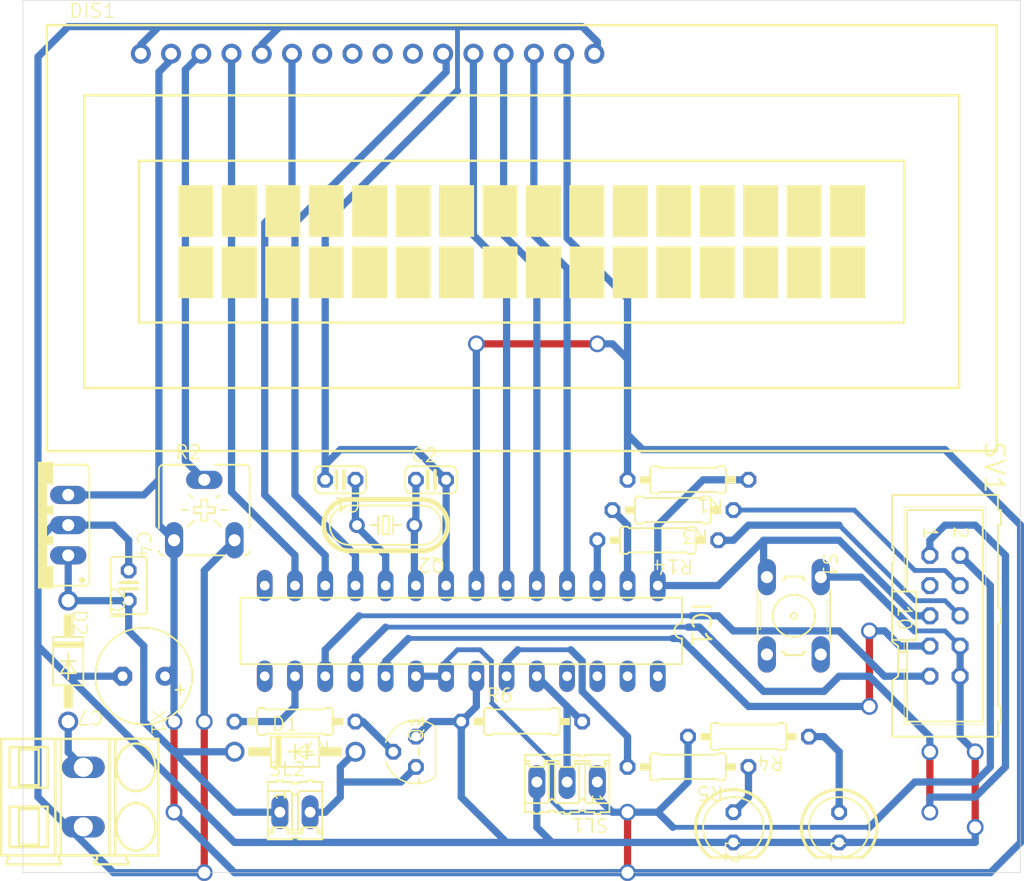
<source format=kicad_pcb>
(kicad_pcb (version 20240108) (generator "pcbnew") (generator_version "8.0")
  (layers (0 "F.Cu" signal) (31 "B.Cu" signal) (34 "B.Paste" user) (35 "F.Paste" user) (36 "B.SilkS" user "B.Silkscreen") (37 "F.SilkS" user "F.Silkscreen") (38 "B.Mask" user) (39 "F.Mask" user) (44 "Edge.Cuts" user))
  (net 0 "")
  (net 1 "+5V")
  (net 2 "GND")
  (net 3 "N$3")
  (net 4 "N$4")
  (net 5 "N$6")
  (net 6 "N$7")
  (net 7 "N$13")
  (net 8 "N$1")
  (net 9 "N$27")
  (net 10 "N$28")
  (net 11 "N$2")
  (net 12 "N$5")
  (net 13 "N$12")
  (net 14 "N$14")
  (net 15 "N$25")
  (net 16 "N$34")
  (net 17 "N$9")
  (net 18 "N$10")
  (net 19 "N$11")
  (net 20 "N$15")
  (net 21 "N$32")
  (net 22 "N$8")
  (net 23 "+12V")
  (net 24 "N$21")
  (net 25 "N$17")
  (net 26 "N$18")
  (net 27 "N$19")
  (net 28 "N$16")
  (footprint "0207_10" (layer "F.Cu") (at 162.4811 108.6486 180)
    (property "Reference" "R1" (at -3.048 -1.524 180) (layer "F.SilkS") (effects (font (size 1.143 1.143) (thickness 0.127)) (justify left bottom)))
    (property "Value" "10K")
    (pad "1" thru_hole roundrect (at -5.08 0 180) (size 1.3208 1.3208) (drill 0.8128) (layers "*.Cu" "*.Mask") (chamfer_ratio 0.2928932188) (chamfer top_left top_right bottom_left bottom_right) (net 7 "N$13"))
    (pad "2" thru_hole roundrect (at 5.08 0 180) (size 1.3208 1.3208) (drill 0.8128) (layers "*.Cu" "*.Mask") (chamfer_ratio 0.2928932188) (chamfer top_left top_right bottom_left bottom_right) (net 1 "+5V"))
  )
  (footprint "E3,5-8" (layer "F.Cu") (at 116.7611 125.1586 180)
    (property "Reference" "C7" (at 3.302 -2.794 180) (layer "F.SilkS") (effects (font (size 1.143 1.143) (thickness 0.127)) (justify left bottom)))
    (property "Value" "100u")
    (pad "+" thru_hole circle (at -1.778 0 180) (size 1.6002 1.6002) (drill 0.8128) (layers "*.Cu" "*.Mask") (net 1 "+5V"))
    (pad "-" thru_hole roundrect (at 1.778 0 180) (size 1.6002 1.6002) (drill 0.8128) (layers "*.Cu" "*.Mask") (chamfer_ratio 0.2928932188) (chamfer top_left top_right bottom_left bottom_right) (net 2 "GND"))
  )
  (footprint "C025-024X044" (layer "F.Cu") (at 140.8911 108.6486)
    (property "Reference" "C2" (at -1.778 -1.397 0) (layer "F.SilkS") (effects (font (size 1.143 1.143) (thickness 0.127)) (justify left bottom)))
    (property "Value" "18p")
    (pad "1" thru_hole roundrect (at -1.27 0) (size 1.3208 1.3208) (drill 0.8128) (layers "*.Cu" "*.Mask") (chamfer_ratio 0.2928932188) (chamfer top_left top_right bottom_left bottom_right) (net 4 "N$4"))
    (pad "2" thru_hole roundrect (at 1.27 0) (size 1.3208 1.3208) (drill 0.8128) (layers "*.Cu" "*.Mask") (chamfer_ratio 0.2928932188) (chamfer top_left top_right bottom_left bottom_right) (net 2 "GND"))
  )
  (footprint "02P" (layer "F.Cu") (at 129.4611 136.5886)
    (property "Reference" "SL2" (at -2.286 -2.9464 0) (layer "F.SilkS") (effects (font (size 1.143 1.143) (thickness 0.127)) (justify left bottom)))
    (property "Value" "")
    (fp_text user "1" (at -0.762 -0.9398 90) (layer "F.SilkS") (effects (font (size 0.871728 0.871728) (thickness 0.118872)) (justify left bottom)))
    (pad "1" thru_hole oval (at -1.27 0 90) (size 2.8448 1.4224) (drill 0.9144) (layers "*.Cu" "*.Mask") (net 23 "+12V"))
    (pad "2" thru_hole oval (at 1.27 0 90) (size 2.8448 1.4224) (drill 0.9144) (layers "*.Cu" "*.Mask") (net 22 "N$8"))
  )
  (footprint "0207_10" (layer "F.Cu") (at 161.2111 111.1886 180)
    (property "Reference" "R3" (at -3.048 -1.524 180) (layer "F.SilkS") (effects (font (size 1.143 1.143) (thickness 0.127)) (justify left bottom)))
    (property "Value" "270")
    (pad "1" thru_hole roundrect (at -5.08 0 180) (size 1.3208 1.3208) (drill 0.8128) (layers "*.Cu" "*.Mask") (chamfer_ratio 0.2928932188) (chamfer top_left top_right bottom_left bottom_right) (net 5 "N$6"))
    (pad "2" thru_hole roundrect (at 5.08 0 180) (size 1.3208 1.3208) (drill 0.8128) (layers "*.Cu" "*.Mask") (chamfer_ratio 0.2928932188) (chamfer top_left top_right bottom_left bottom_right) (net 6 "N$7"))
  )
  (footprint "CA6V" (layer "F.Cu") (at 121.8411 111.1886)
    (property "Reference" "R2" (at -2.54 -4.191 0) (layer "F.SilkS") (effects (font (size 1.143 1.143) (thickness 0.127)) (justify left bottom)))
    (property "Value" "10K")
    (pad "A" thru_hole oval (at -2.54 2.54 90) (size 3.048 1.524) (drill 1.016) (layers "*.Cu" "*.Mask") (net 1 "+5V"))
    (pad "E" thru_hole oval (at 2.54 2.54 90) (size 3.048 1.524) (drill 1.016) (layers "*.Cu" "*.Mask") (net 2 "GND"))
    (pad "S" thru_hole oval (at 0 -2.54) (size 3.048 1.524) (drill 1.016) (layers "*.Cu" "*.Mask") (net 12 "N$5"))
  )
  (footprint "DIL28-3" (layer "F.Cu") (at 143.4311 121.3486 180)
    (property "Reference" "IC1" (at -19.2024 2.54 -90) (layer "F.SilkS") (effects (font (size 1.6002 1.6002) (thickness 0.1778)) (justify left bottom)))
    (property "Value" "MEGA8-P")
    (pad "1" thru_hole oval (at -16.51 3.81 270) (size 2.6416 1.3208) (drill 0.8128) (layers "*.Cu" "*.Mask") (net 7 "N$13"))
    (pad "2" thru_hole oval (at -13.97 3.81 270) (size 2.6416 1.3208) (drill 0.8128) (layers "*.Cu" "*.Mask") (net 6 "N$7"))
    (pad "3" thru_hole oval (at -11.43 3.81 270) (size 2.6416 1.3208) (drill 0.8128) (layers "*.Cu" "*.Mask") (net 15 "N$25"))
    (pad "4" thru_hole oval (at -8.89 3.81 270) (size 2.6416 1.3208) (drill 0.8128) (layers "*.Cu" "*.Mask") (net 18 "N$10"))
    (pad "5" thru_hole oval (at -6.35 3.81 270) (size 2.6416 1.3208) (drill 0.8128) (layers "*.Cu" "*.Mask") (net 17 "N$9"))
    (pad "6" thru_hole oval (at -3.81 3.81 270) (size 2.6416 1.3208) (drill 0.8128) (layers "*.Cu" "*.Mask") (net 13 "N$12"))
    (pad "7" thru_hole oval (at -1.27 3.81 270) (size 2.6416 1.3208) (drill 0.8128) (layers "*.Cu" "*.Mask") (net 1 "+5V"))
    (pad "8" thru_hole oval (at 1.27 3.81 270) (size 2.6416 1.3208) (drill 0.8128) (layers "*.Cu" "*.Mask") (net 2 "GND"))
    (pad "9" thru_hole oval (at 3.81 3.81 270) (size 2.6416 1.3208) (drill 0.8128) (layers "*.Cu" "*.Mask") (net 4 "N$4"))
    (pad "10" thru_hole oval (at 6.35 3.81 270) (size 2.6416 1.3208) (drill 0.8128) (layers "*.Cu" "*.Mask") (net 3 "N$3"))
    (pad "11" thru_hole oval (at 8.89 3.81 270) (size 2.6416 1.3208) (drill 0.8128) (layers "*.Cu" "*.Mask") (net 14 "N$14"))
    (pad "12" thru_hole oval (at 11.43 3.81 270) (size 2.6416 1.3208) (drill 0.8128) (layers "*.Cu" "*.Mask") (net 11 "N$2"))
    (pad "13" thru_hole oval (at 13.97 3.81 270) (size 2.6416 1.3208) (drill 0.8128) (layers "*.Cu" "*.Mask") (net 10 "N$28"))
    (pad "14" thru_hole oval (at 16.51 3.81 270) (size 2.6416 1.3208) (drill 0.8128) (layers "*.Cu" "*.Mask"))
    (pad "15" thru_hole oval (at 16.51 -3.81 270) (size 2.6416 1.3208) (drill 0.8128) (layers "*.Cu" "*.Mask"))
    (pad "16" thru_hole oval (at 13.97 -3.81 270) (size 2.6416 1.3208) (drill 0.8128) (layers "*.Cu" "*.Mask") (net 25 "N$17"))
    (pad "17" thru_hole oval (at 11.43 -3.81 270) (size 2.6416 1.3208) (drill 0.8128) (layers "*.Cu" "*.Mask") (net 20 "N$15"))
    (pad "18" thru_hole oval (at 8.89 -3.81 270) (size 2.6416 1.3208) (drill 0.8128) (layers "*.Cu" "*.Mask") (net 19 "N$11"))
    (pad "19" thru_hole oval (at 6.35 -3.81 270) (size 2.6416 1.3208) (drill 0.8128) (layers "*.Cu" "*.Mask") (net 16 "N$34"))
    (pad "20" thru_hole oval (at 3.81 -3.81 270) (size 2.6416 1.3208) (drill 0.8128) (layers "*.Cu" "*.Mask") (net 1 "+5V"))
    (pad "21" thru_hole oval (at 1.27 -3.81 270) (size 2.6416 1.3208) (drill 0.8128) (layers "*.Cu" "*.Mask") (net 1 "+5V"))
    (pad "22" thru_hole oval (at -1.27 -3.81 270) (size 2.6416 1.3208) (drill 0.8128) (layers "*.Cu" "*.Mask") (net 2 "GND"))
    (pad "23" thru_hole oval (at -3.81 -3.81 270) (size 2.6416 1.3208) (drill 0.8128) (layers "*.Cu" "*.Mask") (net 26 "N$18"))
    (pad "24" thru_hole oval (at -6.35 -3.81 270) (size 2.6416 1.3208) (drill 0.8128) (layers "*.Cu" "*.Mask") (net 27 "N$19"))
    (pad "25" thru_hole oval (at -8.89 -3.81 270) (size 2.6416 1.3208) (drill 0.8128) (layers "*.Cu" "*.Mask"))
    (pad "26" thru_hole oval (at -11.43 -3.81 270) (size 2.6416 1.3208) (drill 0.8128) (layers "*.Cu" "*.Mask"))
    (pad "27" thru_hole oval (at -13.97 -3.81 270) (size 2.6416 1.3208) (drill 0.8128) (layers "*.Cu" "*.Mask"))
    (pad "28" thru_hole oval (at -16.51 -3.81 270) (size 2.6416 1.3208) (drill 0.8128) (layers "*.Cu" "*.Mask"))
  )
  (footprint "0207_10" (layer "F.Cu") (at 159.9411 113.7286 180)
    (property "Reference" "R14" (at -3.048 -1.524 180) (layer "F.SilkS") (effects (font (size 1.143 1.143) (thickness 0.127)) (justify left bottom)))
    (property "Value" "270")
    (pad "1" thru_hole roundrect (at -5.08 0 180) (size 1.3208 1.3208) (drill 0.8128) (layers "*.Cu" "*.Mask") (chamfer_ratio 0.2928932188) (chamfer top_left top_right bottom_left bottom_right) (net 9 "N$27"))
    (pad "2" thru_hole roundrect (at 5.08 0 180) (size 1.3208 1.3208) (drill 0.8128) (layers "*.Cu" "*.Mask") (chamfer_ratio 0.2928932188) (chamfer top_left top_right bottom_left bottom_right) (net 15 "N$25"))
  )
  (footprint "B3F-10XX" (layer "F.Cu") (at 171.3711 120.0786 -90)
    (property "Reference" "S1" (at -3.048 -3.683 -90) (layer "F.SilkS") (effects (font (size 1.143 1.143) (thickness 0.127)) (justify right top)))
    (property "Value" "")
    (pad "1" thru_hole oval (at -3.2512 -2.2606 270) (size 3.048 1.524) (drill 1.016) (layers "*.Cu" "*.Mask") (net 2 "GND"))
    (pad "2" thru_hole oval (at 3.2512 -2.2606 270) (size 3.048 1.524) (drill 1.016) (layers "*.Cu" "*.Mask"))
    (pad "3" thru_hole oval (at -3.2512 2.2606 270) (size 3.048 1.524) (drill 1.016) (layers "*.Cu" "*.Mask") (net 7 "N$13"))
    (pad "4" thru_hole oval (at 3.2512 2.2606 270) (size 3.048 1.524) (drill 1.016) (layers "*.Cu" "*.Mask"))
  )
  (footprint "C025-024X044" (layer "F.Cu") (at 133.2711 108.6486 180)
    (property "Reference" "C1" (at -1.778 -1.397 180) (layer "F.SilkS") (effects (font (size 1.143 1.143) (thickness 0.127)) (justify left bottom)))
    (property "Value" "18p")
    (pad "1" thru_hole roundrect (at -1.27 0 180) (size 1.3208 1.3208) (drill 0.8128) (layers "*.Cu" "*.Mask") (chamfer_ratio 0.2928932188) (chamfer top_left top_right bottom_left bottom_right) (net 3 "N$3"))
    (pad "2" thru_hole roundrect (at 1.27 0 180) (size 1.3208 1.3208) (drill 0.8128) (layers "*.Cu" "*.Mask") (chamfer_ratio 0.2928932188) (chamfer top_left top_right bottom_left bottom_right) (net 2 "GND"))
  )
  (footprint "TUXGR_16X2_R2" (layer "F.Cu") (at 148.5111 88.3286)
    (property "Reference" "DIS1" (at -38.1 -18.415 0) (layer "F.SilkS") (effects (font (size 1.1684 1.1684) (thickness 0.1016)) (justify left bottom)))
    (property "Value" "TUXGR_16X2_R2")
    (pad "" np_thru_hole circle (at -37.5 -15.5) (size 2.5 2.5) (drill 2.5) (layers "*.Cu" "*.Mask"))
    (pad "" np_thru_hole circle (at -37.5 15.5) (size 2.5 2.5) (drill 2.5) (layers "*.Cu" "*.Mask"))
    (pad "" np_thru_hole circle (at 37.5 -15.5) (size 2.5 2.5) (drill 2.5) (layers "*.Cu" "*.Mask"))
    (pad "" np_thru_hole circle (at 37.5 15.5) (size 2.5 2.5) (drill 2.5) (layers "*.Cu" "*.Mask"))
    (pad "1" thru_hole circle (at -32 -15.5) (size 1.6764 1.6764) (drill 1) (layers "*.Cu" "*.Mask") (net 2 "GND"))
    (pad "2" thru_hole circle (at -29.46 -15.5) (size 1.6764 1.6764) (drill 1) (layers "*.Cu" "*.Mask") (net 1 "+5V"))
    (pad "3" thru_hole circle (at -26.92 -15.5) (size 1.6764 1.6764) (drill 1) (layers "*.Cu" "*.Mask") (net 12 "N$5"))
    (pad "4" thru_hole circle (at -24.38 -15.5) (size 1.6764 1.6764) (drill 1) (layers "*.Cu" "*.Mask") (net 10 "N$28"))
    (pad "5" thru_hole circle (at -21.84 -15.5) (size 1.6764 1.6764) (drill 1) (layers "*.Cu" "*.Mask") (net 2 "GND"))
    (pad "6" thru_hole circle (at -19.3 -15.5) (size 1.6764 1.6764) (drill 1) (layers "*.Cu" "*.Mask") (net 11 "N$2"))
    (pad "7" thru_hole circle (at -16.76 -15.5) (size 1.6764 1.6764) (drill 1) (layers "*.Cu" "*.Mask"))
    (pad "8" thru_hole circle (at -14.22 -15.5) (size 1.6764 1.6764) (drill 1) (layers "*.Cu" "*.Mask"))
    (pad "9" thru_hole circle (at -11.68 -15.5) (size 1.6764 1.6764) (drill 1) (layers "*.Cu" "*.Mask"))
    (pad "10" thru_hole circle (at -9.14 -15.5) (size 1.6764 1.6764) (drill 1) (layers "*.Cu" "*.Mask"))
    (pad "11" thru_hole circle (at -6.6 -15.5) (size 1.6764 1.6764) (drill 1) (layers "*.Cu" "*.Mask") (net 14 "N$14"))
    (pad "12" thru_hole circle (at -4.06 -15.5) (size 1.6764 1.6764) (drill 1) (layers "*.Cu" "*.Mask") (net 13 "N$12"))
    (pad "13" thru_hole circle (at -1.52 -15.5) (size 1.6764 1.6764) (drill 1) (layers "*.Cu" "*.Mask") (net 17 "N$9"))
    (pad "14" thru_hole circle (at 1.02 -15.5) (size 1.6764 1.6764) (drill 1) (layers "*.Cu" "*.Mask") (net 18 "N$10"))
    (pad "15" thru_hole circle (at 3.56 -15.5) (size 1.6764 1.6764) (drill 1) (layers "*.Cu" "*.Mask") (net 1 "+5V"))
    (pad "16" thru_hole circle (at 6.1 -15.5) (size 1.6764 1.6764) (drill 1) (layers "*.Cu" "*.Mask") (net 2 "GND"))
  )
  (footprint "78XXS" (layer "F.Cu") (at 107.8711 112.4586 90)
    (property "Reference" "IC2" (at -5.08 6.0452 90) (layer "F.SilkS") (effects (font (size 1.143 1.143) (thickness 0.127)) (justify right top)))
    (property "Value" "")
    (pad "GND" thru_hole oval (at 0 2.54 180) (size 3.048 1.524) (drill 1.016) (layers "*.Cu" "*.Mask") (net 2 "GND"))
    (pad "IN" thru_hole oval (at -2.54 2.54 180) (size 3.048 1.524) (drill 1.016) (layers "*.Cu" "*.Mask") (net 23 "+12V"))
    (pad "OUT" thru_hole oval (at 2.54 2.54 180) (size 3.048 1.524) (drill 1.016) (layers "*.Cu" "*.Mask") (net 1 "+5V"))
  )
  (footprint "TO92" (layer "F.Cu") (at 139.6211 131.5086 90)
    (property "Reference" "Q1" (at 3.175 -0.635 90) (layer "F.SilkS") (effects (font (size 1.143 1.143) (thickness 0.127)) (justify right top)))
    (property "Value" "2N2222")
    (pad "1" thru_hole roundrect (at 1.27 0 90) (size 1.3208 1.3208) (drill 0.8128) (layers "*.Cu" "*.Mask") (chamfer_ratio 0.2928932188) (chamfer top_left top_right bottom_left bottom_right) (net 2 "GND"))
    (pad "2" thru_hole roundrect (at 0 -1.905 90) (size 1.3208 1.3208) (drill 0.8128) (layers "*.Cu" "*.Mask") (chamfer_ratio 0.2928932188) (chamfer top_left top_right bottom_left bottom_right) (net 21 "N$32"))
    (pad "3" thru_hole roundrect (at -1.27 0 90) (size 1.3208 1.3208) (drill 0.8128) (layers "*.Cu" "*.Mask") (chamfer_ratio 0.2928932188) (chamfer top_left top_right bottom_left bottom_right) (net 22 "N$8"))
  )
  (footprint "HC49_S" (layer "F.Cu") (at 137.0811 112.4586 180)
    (property "Reference" "Q2" (at -5.08 -2.667 180) (layer "F.SilkS") (effects (font (size 1.143 1.143) (thickness 0.127)) (justify left bottom)))
    (property "Value" "12MHz")
    (pad "1" thru_hole circle (at -2.413 0 180) (size 1.3208 1.3208) (drill 0.8128) (layers "*.Cu" "*.Mask") (net 4 "N$4"))
    (pad "2" thru_hole circle (at 2.413 0 180) (size 1.3208 1.3208) (drill 0.8128) (layers "*.Cu" "*.Mask") (net 3 "N$3"))
  )
  (footprint "LED5MM" (layer "F.Cu") (at 175.1811 137.8586 -90)
    (property "Reference" "L1" (at 3.175 -0.5334 -90) (layer "F.SilkS") (effects (font (size 1.143 1.143) (thickness 0.127)) (justify right top)))
    (property "Value" "")
    (pad "A" thru_hole roundrect (at -1.27 0 270) (size 1.3208 1.3208) (drill 0.8128) (layers "*.Cu" "*.Mask") (chamfer_ratio 0.2928932188) (chamfer top_left top_right bottom_left bottom_right) (net 8 "N$1"))
    (pad "K" thru_hole roundrect (at 1.27 0 270) (size 1.3208 1.3208) (drill 0.8128) (layers "*.Cu" "*.Mask") (chamfer_ratio 0.2928932188) (chamfer top_left top_right bottom_left bottom_right) (net 2 "GND"))
  )
  (footprint "0207_10" (layer "F.Cu") (at 148.5111 128.9686)
    (property "Reference" "R6" (at -3.048 -1.524 0) (layer "F.SilkS") (effects (font (size 1.143 1.143) (thickness 0.127)) (justify left bottom)))
    (property "Value" "")
    (pad "1" thru_hole roundrect (at -5.08 0) (size 1.3208 1.3208) (drill 0.8128) (layers "*.Cu" "*.Mask") (chamfer_ratio 0.2928932188) (chamfer top_left top_right bottom_left bottom_right) (net 2 "GND"))
    (pad "2" thru_hole roundrect (at 5.08 0) (size 1.3208 1.3208) (drill 0.8128) (layers "*.Cu" "*.Mask") (chamfer_ratio 0.2928932188) (chamfer top_left top_right bottom_left bottom_right) (net 27 "N$19"))
  )
  (footprint "C025-030X050" (layer "F.Cu") (at 115.4911 117.5386 -90)
    (property "Reference" "C4" (at -2.286 -1.905 -90) (layer "F.SilkS") (effects (font (size 1.143 1.143) (thickness 0.127)) (justify right top)))
    (property "Value" "100n")
    (pad "1" thru_hole roundrect (at -1.27 0 270) (size 1.3208 1.3208) (drill 0.8128) (layers "*.Cu" "*.Mask") (chamfer_ratio 0.2928932188) (chamfer top_left top_right bottom_left bottom_right) (net 2 "GND"))
    (pad "2" thru_hole roundrect (at 1.27 0 270) (size 1.3208 1.3208) (drill 0.8128) (layers "*.Cu" "*.Mask") (chamfer_ratio 0.2928932188) (chamfer top_left top_right bottom_left bottom_right) (net 23 "+12V"))
  )
  (footprint "SMKDSP_1,5_2" (layer "F.Cu") (at 111.6811 135.3186 -90)
    (property "Reference" "X1" (at -5.08 -6.985 -90) (layer "F.SilkS") (effects (font (size 1.1684 1.1684) (thickness 0.1016)) (justify right top)))
    (property "Value" "SMKDSP_1,5/2")
    (pad "1" thru_hole oval (at -2.5 0) (size 3.6 1.8) (drill 1.6) (layers "*.Cu" "*.Mask") (net 24 "N$21"))
    (pad "2" thru_hole oval (at 2.5 0) (size 3.6 1.8) (drill 1.6) (layers "*.Cu" "*.Mask") (net 2 "GND"))
  )
  (footprint "LED5MM" (layer "F.Cu") (at 166.2911 137.8586 -90)
    (property "Reference" "L2" (at 3.175 -0.5334 -90) (layer "F.SilkS") (effects (font (size 1.143 1.143) (thickness 0.127)) (justify right top)))
    (property "Value" "")
    (pad "A" thru_hole roundrect (at -1.27 0 270) (size 1.3208 1.3208) (drill 0.8128) (layers "*.Cu" "*.Mask") (chamfer_ratio 0.2928932188) (chamfer top_left top_right bottom_left bottom_right) (net 28 "N$16"))
    (pad "K" thru_hole roundrect (at 1.27 0 270) (size 1.3208 1.3208) (drill 0.8128) (layers "*.Cu" "*.Mask") (chamfer_ratio 0.2928932188) (chamfer top_left top_right bottom_left bottom_right) (net 2 "GND"))
  )
  (footprint "0207_10" (layer "F.Cu") (at 162.4811 132.7786 180)
    (property "Reference" "R5" (at -3.048 -1.524 180) (layer "F.SilkS") (effects (font (size 1.143 1.143) (thickness 0.127)) (justify left bottom)))
    (property "Value" "")
    (pad "1" thru_hole roundrect (at -5.08 0 180) (size 1.3208 1.3208) (drill 0.8128) (layers "*.Cu" "*.Mask") (chamfer_ratio 0.2928932188) (chamfer top_left top_right bottom_left bottom_right) (net 28 "N$16"))
    (pad "2" thru_hole roundrect (at 5.08 0 180) (size 1.3208 1.3208) (drill 0.8128) (layers "*.Cu" "*.Mask") (chamfer_ratio 0.2928932188) (chamfer top_left top_right bottom_left bottom_right) (net 26 "N$18"))
  )
  (footprint "DO41-10" (layer "F.Cu") (at 110.4111 123.8886 -90)
    (property "Reference" "D2" (at -2.032 -1.651 -90) (layer "F.SilkS") (effects (font (size 1.143 1.143) (thickness 0.127)) (justify right top)))
    (property "Value" "1N4004")
    (pad "A" thru_hole circle (at 5.08 0 270) (size 1.6764 1.6764) (drill 1.1176) (layers "*.Cu" "*.Mask") (net 24 "N$21"))
    (pad "C" thru_hole circle (at -5.08 0 270) (size 1.6764 1.6764) (drill 1.1176) (layers "*.Cu" "*.Mask") (net 23 "+12V"))
  )
  (footprint "0207_10" (layer "F.Cu") (at 167.5611 130.2386 180)
    (property "Reference" "R4" (at -3.048 -1.524 180) (layer "F.SilkS") (effects (font (size 1.143 1.143) (thickness 0.127)) (justify left bottom)))
    (property "Value" "1k")
    (pad "1" thru_hole roundrect (at -5.08 0 180) (size 1.3208 1.3208) (drill 0.8128) (layers "*.Cu" "*.Mask") (chamfer_ratio 0.2928932188) (chamfer top_left top_right bottom_left bottom_right) (net 8 "N$1"))
    (pad "2" thru_hole roundrect (at 5.08 0 180) (size 1.3208 1.3208) (drill 0.8128) (layers "*.Cu" "*.Mask") (chamfer_ratio 0.2928932188) (chamfer top_left top_right bottom_left bottom_right) (net 1 "+5V"))
  )
  (footprint "ML10" (layer "F.Cu") (at 184.0711 120.0786 -90)
    (property "Reference" "SV1" (at -10.16 -5.08 -90) (layer "F.SilkS") (effects (font (size 1.6002 1.6002) (thickness 0.1778)) (justify right top)))
    (property "Value" "")
    (fp_text user "10" (at -1.016 4.064 -90) (layer "F.SilkS") (effects (font (size 1.143 1.143) (thickness 0.127)) (justify left bottom)))
    (fp_text user "2" (at -7.62 -0.635 -90) (layer "F.SilkS") (effects (font (size 1.143 1.143) (thickness 0.127)) (justify left bottom)))
    (fp_text user "1" (at -7.62 1.905 -90) (layer "F.SilkS") (effects (font (size 1.143 1.143) (thickness 0.127)) (justify left bottom)))
    (pad "1" thru_hole roundrect (at -5.08 1.27 270) (size 1.4224 1.4224) (drill 0.9144) (layers "*.Cu" "*.Mask") (chamfer_ratio 0.2928932188) (chamfer top_left top_right bottom_left bottom_right) (net 19 "N$11"))
    (pad "2" thru_hole roundrect (at -5.08 -1.27 270) (size 1.4224 1.4224) (drill 0.9144) (layers "*.Cu" "*.Mask") (chamfer_ratio 0.2928932188) (chamfer top_left top_right bottom_left bottom_right) (net 1 "+5V"))
    (pad "3" thru_hole roundrect (at -2.54 1.27 270) (size 1.4224 1.4224) (drill 0.9144) (layers "*.Cu" "*.Mask") (chamfer_ratio 0.2928932188) (chamfer top_left top_right bottom_left bottom_right))
    (pad "4" thru_hole roundrect (at -2.54 -1.27 270) (size 1.4224 1.4224) (drill 0.9144) (layers "*.Cu" "*.Mask") (chamfer_ratio 0.2928932188) (chamfer top_left top_right bottom_left bottom_right) (net 5 "N$6"))
    (pad "5" thru_hole roundrect (at 0 1.27 270) (size 1.4224 1.4224) (drill 0.9144) (layers "*.Cu" "*.Mask") (chamfer_ratio 0.2928932188) (chamfer top_left top_right bottom_left bottom_right) (net 7 "N$13"))
    (pad "6" thru_hole roundrect (at 0 -1.27 270) (size 1.4224 1.4224) (drill 0.9144) (layers "*.Cu" "*.Mask") (chamfer_ratio 0.2928932188) (chamfer top_left top_right bottom_left bottom_right) (net 9 "N$27"))
    (pad "7" thru_hole roundrect (at 2.54 1.27 270) (size 1.4224 1.4224) (drill 0.9144) (layers "*.Cu" "*.Mask") (chamfer_ratio 0.2928932188) (chamfer top_left top_right bottom_left bottom_right) (net 16 "N$34"))
    (pad "8" thru_hole roundrect (at 2.54 -1.27 270) (size 1.4224 1.4224) (drill 0.9144) (layers "*.Cu" "*.Mask") (chamfer_ratio 0.2928932188) (chamfer top_left top_right bottom_left bottom_right) (net 2 "GND"))
    (pad "9" thru_hole roundrect (at 5.08 1.27 270) (size 1.4224 1.4224) (drill 0.9144) (layers "*.Cu" "*.Mask") (chamfer_ratio 0.2928932188) (chamfer top_left top_right bottom_left bottom_right) (net 20 "N$15"))
    (pad "10" thru_hole roundrect (at 5.08 -1.27 270) (size 1.4224 1.4224) (drill 0.9144) (layers "*.Cu" "*.Mask") (chamfer_ratio 0.2928932188) (chamfer top_left top_right bottom_left bottom_right) (net 2 "GND"))
  )
  (footprint "DO41-10" (layer "F.Cu") (at 129.4611 131.5086)
    (property "Reference" "D1" (at -2.032 -1.651 0) (layer "F.SilkS") (effects (font (size 1.143 1.143) (thickness 0.127)) (justify left bottom)))
    (property "Value" "1N4004")
    (pad "A" thru_hole circle (at 5.08 0) (size 1.6764 1.6764) (drill 1.1176) (layers "*.Cu" "*.Mask") (net 22 "N$8"))
    (pad "C" thru_hole circle (at -5.08 0) (size 1.6764 1.6764) (drill 1.1176) (layers "*.Cu" "*.Mask") (net 23 "+12V"))
  )
  (footprint "0207_10" (layer "F.Cu") (at 129.4611 128.9686 180)
    (property "Reference" "R7" (at -3.048 -1.524 180) (layer "F.SilkS") (effects (font (size 1.143 1.143) (thickness 0.127)) (justify left bottom)))
    (property "Value" "")
    (pad "1" thru_hole roundrect (at -5.08 0 180) (size 1.3208 1.3208) (drill 0.8128) (layers "*.Cu" "*.Mask") (chamfer_ratio 0.2928932188) (chamfer top_left top_right bottom_left bottom_right) (net 21 "N$32"))
    (pad "2" thru_hole roundrect (at 5.08 0 180) (size 1.3208 1.3208) (drill 0.8128) (layers "*.Cu" "*.Mask") (chamfer_ratio 0.2928932188) (chamfer top_left top_right bottom_left bottom_right) (net 25 "N$17"))
  )
  (footprint "03P" (layer "F.Cu") (at 152.3211 134.0486 180)
    (property "Reference" "SL1" (at -3.556 -2.9464 180) (layer "F.SilkS") (effects (font (size 1.143 1.143) (thickness 0.127)) (justify left bottom)))
    (property "Value" "")
    (fp_text user "1" (at -2.032 -0.9398 -90) (layer "F.SilkS") (effects (font (size 0.871728 0.871728) (thickness 0.118872)) (justify left bottom)))
    (pad "1" thru_hole oval (at -2.54 0 270) (size 2.8448 1.4224) (drill 0.9144) (layers "*.Cu" "*.Mask") (net 1 "+5V"))
    (pad "2" thru_hole oval (at 0 0 270) (size 2.8448 1.4224) (drill 0.9144) (layers "*.Cu" "*.Mask") (net 27 "N$19"))
    (pad "3" thru_hole oval (at 2.54 0 270) (size 2.8448 1.4224) (drill 0.9144) (layers "*.Cu" "*.Mask") (net 2 "GND"))
  )
  (gr_line (start 106.6011 141.6686) (end 190.4011 141.6686) (stroke (width 0.05)) (layer "Edge.Cuts"))
  (gr_line (start 190.4011 68.3386) (end 106.6011 68.3386) (stroke (width 0.05)) (layer "Edge.Cuts"))
  (gr_line (start 106.6011 68.3386) (end 106.6011 141.6686) (stroke (width 0.05)) (layer "Edge.Cuts"))
  (gr_line (start 190.4011 141.6686) (end 190.4011 68.3386) (stroke (width 0.05)) (layer "Edge.Cuts"))
  (segment (start 157.4011 136.5886) (end 157.4011 141.6686) (width 0.6096) (layer "F.Cu") (net 1))
  (segment (start 119.3011 128.9686) (end 119.3011 136.5886) (width 0.6096) (layer "F.Cu") (net 1))
  (segment (start 144.7011 97.2186) (end 154.8611 97.2186) (width 0.6096) (layer "F.Cu") (net 1))
  (via (at 157.4011 141.6686) (size 1.4064) (drill 1) (layers "F.Cu" "B.Cu") (net 1))
  (via (at 154.8611 97.2186) (size 1.4064) (drill 1) (layers "F.Cu" "B.Cu") (net 1))
  (via (at 119.3011 136.5886) (size 1.4064) (drill 1) (layers "F.Cu" "B.Cu") (net 1))
  (via (at 119.3011 128.9686) (size 1.4064) (drill 1) (layers "F.Cu" "B.Cu") (net 1))
  (via (at 144.7011 97.2186) (size 1.4064) (drill 1) (layers "F.Cu" "B.Cu") (net 1))
  (via (at 157.4011 136.5886) (size 1.4064) (drill 1) (layers "F.Cu" "B.Cu") (net 1))
  (segment (start 161.2111 137.8586) (end 159.9411 136.5886) (width 0.6096) (layer "B.Cu") (net 1))
  (segment (start 154.8611 134.0486) (end 154.8611 135.3186) (width 0.6096) (layer "B.Cu") (net 1))
  (segment (start 154.8611 135.3186) (end 156.1311 136.5886) (width 0.6096) (layer "B.Cu") (net 1))
  (segment (start 118.0311 74.3586) (end 118.0311 108.6486) (width 0.6096) (layer "B.Cu") (net 1))
  (segment (start 154.8611 97.2186) (end 156.1311 97.2186) (width 0.6096) (layer "B.Cu") (net 1))
  (segment (start 152.3211 88.3286) (end 152.3211 73.0786) (width 0.6096) (layer "B.Cu") (net 1))
  (segment (start 110.4111 109.9186) (end 116.7611 109.9186) (width 0.6096) (layer "B.Cu") (net 1))
  (segment (start 157.4011 104.8386) (end 157.4011 98.4886) (width 0.6096) (layer "B.Cu") (net 1))
  (segment (start 116.7611 109.9186) (end 118.0311 108.6486) (width 0.6096) (layer "B.Cu") (net 1))
  (segment (start 187.8811 141.6686) (end 190.4211 139.1286) (width 0.6096) (layer "B.Cu") (net 1))
  (segment (start 157.4011 93.4086) (end 152.3211 88.3286) (width 0.6096) (layer "B.Cu") (net 1))
  (segment (start 119.3011 136.5886) (end 124.3811 141.6686) (width 0.6096) (layer "B.Cu") (net 1))
  (segment (start 119.3011 113.7286) (end 119.3011 124.3966) (width 0.6096) (layer "B.Cu") (net 1))
  (segment (start 159.9411 136.5886) (end 162.4811 134.0486) (width 0.6096) (layer "B.Cu") (net 1))
  (segment (start 142.1611 123.8886) (end 143.1136 122.9361) (width 0.4064) (layer "B.Cu") (net 1))
  (segment (start 185.3411 114.9986) (end 187.8811 117.5386) (width 0.6096) (layer "B.Cu") (net 1))
  (segment (start 157.4011 108.6486) (end 157.4011 104.8386) (width 0.6096) (layer "B.Cu") (net 1))
  (segment (start 119.3011 124.3966) (end 119.3011 128.9686) (width 0.6096) (layer "B.Cu") (net 1))
  (segment (start 161.2111 137.8586) (end 177.7211 137.8586) (width 0.4064) (layer "B.Cu") (net 1))
  (segment (start 184.0711 106.1086) (end 158.6711 106.1086) (width 0.6096) (layer "B.Cu") (net 1))
  (segment (start 181.5311 134.0486) (end 177.7211 137.8586) (width 0.6096) (layer "B.Cu") (net 1))
  (segment (start 139.6211 125.1586) (end 142.1611 125.1586) (width 0.6096) (layer "B.Cu") (net 1))
  (segment (start 145.9711 123.8886) (end 145.9711 127.3811) (width 0.4064) (layer "B.Cu") (net 1))
  (segment (start 151.0511 135.6361) (end 152.0036 136.5886) (width 0.4064) (layer "B.Cu") (net 1))
  (segment (start 187.8811 117.5386) (end 187.8811 132.7786) (width 0.6096) (layer "B.Cu") (net 1))
  (segment (start 118.0311 108.6486) (end 118.0311 112.4586) (width 0.6096) (layer "B.Cu") (net 1))
  (segment (start 157.4011 141.6686) (end 187.8811 141.6686) (width 0.6096) (layer "B.Cu") (net 1))
  (segment (start 145.9711 127.3811) (end 151.0511 132.4611) (width 0.4064) (layer "B.Cu") (net 1))
  (segment (start 142.1611 125.1586) (end 142.1611 123.8886) (width 0.4064) (layer "B.Cu") (net 1))
  (segment (start 151.0511 132.4611) (end 151.0511 135.6361) (width 0.4064) (layer "B.Cu") (net 1))
  (segment (start 157.4011 136.5886) (end 159.9411 136.5886) (width 0.6096) (layer "B.Cu") (net 1))
  (segment (start 187.8811 132.7786) (end 186.6111 134.0486) (width 0.6096) (layer "B.Cu") (net 1))
  (segment (start 144.7011 117.5386) (end 144.7011 97.2186) (width 0.6096) (layer "B.Cu") (net 1))
  (segment (start 118.0311 112.4586) (end 119.3011 113.7286) (width 0.6096) (layer "B.Cu") (net 1))
  (segment (start 143.1136 122.9361) (end 145.0186 122.9361) (width 0.4064) (layer "B.Cu") (net 1))
  (segment (start 124.3811 141.6686) (end 157.4011 141.6686) (width 0.6096) (layer "B.Cu") (net 1))
  (segment (start 157.4011 98.4886) (end 157.4011 93.4086) (width 0.6096) (layer "B.Cu") (net 1))
  (segment (start 162.4811 134.0486) (end 162.4811 130.2386) (width 0.6096) (layer "B.Cu") (net 1))
  (segment (start 190.4211 112.4586) (end 184.0711 106.1086) (width 0.6096) (layer "B.Cu") (net 1))
  (segment (start 119.0511 72.8286) (end 119.0511 73.3386) (width 0.6096) (layer "B.Cu") (net 1))
  (segment (start 119.3011 124.3966) (end 118.5391 125.1586) (width 0.6096) (layer "B.Cu") (net 1))
  (segment (start 152.0036 136.5886) (end 156.1311 136.5886) (width 0.4064) (layer "B.Cu") (net 1))
  (segment (start 152.3211 73.0786) (end 152.0711 72.8286) (width 0.6096) (layer "B.Cu") (net 1))
  (segment (start 119.0511 73.3386) (end 118.0311 74.3586) (width 0.6096) (layer "B.Cu") (net 1))
  (segment (start 145.0186 122.9361) (end 145.9711 123.8886) (width 0.4064) (layer "B.Cu") (net 1))
  (segment (start 186.6111 134.0486) (end 181.5311 134.0486) (width 0.6096) (layer "B.Cu") (net 1))
  (segment (start 156.1311 97.2186) (end 157.4011 98.4886) (width 0.6096) (layer "B.Cu") (net 1))
  (segment (start 156.1311 136.5886) (end 157.4011 136.5886) (width 0.6096) (layer "B.Cu") (net 1))
  (segment (start 158.6711 106.1086) (end 157.4011 104.8386) (width 0.6096) (layer "B.Cu") (net 1))
  (segment (start 190.4211 139.1286) (end 190.4211 112.4586) (width 0.6096) (layer "B.Cu") (net 1))
  (segment (start 186.6111 131.5086) (end 186.6111 137.8586) (width 0.6096) (layer "F.Cu") (net 2))
  (segment (start 121.8411 128.9686) (end 121.8411 141.6686) (width 0.6096) (layer "F.Cu") (net 2))
  (via (at 121.8411 128.9686) (size 1.4064) (drill 1) (layers "F.Cu" "B.Cu") (net 2))
  (via (at 186.6111 131.5086) (size 1.4064) (drill 1) (layers "F.Cu" "B.Cu") (net 2))
  (via (at 121.8411 141.6686) (size 1.4064) (drill 1) (layers "F.Cu" "B.Cu") (net 2))
  (via (at 186.6111 137.8586) (size 1.4064) (drill 1) (layers "F.Cu" "B.Cu") (net 2))
  (segment (start 107.8711 122.6186) (end 107.8711 113.7286) (width 0.6096) (layer "B.Cu") (net 2))
  (segment (start 143.1136 70.5486) (end 153.5911 70.5486) (width 0.6096) (layer "B.Cu") (net 2))
  (segment (start 147.2411 139.1286) (end 151.0511 139.1286) (width 0.6096) (layer "B.Cu") (net 2))
  (segment (start 121.8411 116.2686) (end 121.8411 128.9686) (width 0.6096) (layer "B.Cu") (net 2))
  (segment (start 110.4111 112.4586) (end 114.2211 112.4586) (width 0.6096) (layer "B.Cu") (net 2))
  (segment (start 177.0099 116.8274) (end 181.5311 121.3486) (width 0.6096) (layer "B.Cu") (net 2))
  (segment (start 118.0311 70.5486) (end 110.4111 70.5486) (width 0.6096) (layer "B.Cu") (net 2))
  (segment (start 143.1136 75.9461) (end 143.1136 70.5486) (width 0.4064) (layer "B.Cu") (net 2))
  (segment (start 144.7011 124.8411) (end 144.7011 125.1586) (width 0.6096) (layer "B.Cu") (net 2))
  (segment (start 185.3411 125.1586) (end 185.3411 130.2386) (width 0.6096) (layer "B.Cu") (net 2))
  (segment (start 118.0311 70.5486) (end 128.1911 70.5486) (width 0.6096) (layer "B.Cu") (net 2))
  (segment (start 107.8711 113.7286) (end 109.1411 112.4586) (width 0.6096) (layer "B.Cu") (net 2))
  (segment (start 143.4311 128.9686) (end 143.4311 135.3186) (width 0.6096) (layer "B.Cu") (net 2))
  (segment (start 143.4311 135.3186) (end 147.2411 139.1286) (width 0.6096) (layer "B.Cu") (net 2))
  (segment (start 116.5111 72.8286) (end 116.5111 72.0686) (width 0.6096) (layer "B.Cu") (net 2))
  (segment (start 149.7811 137.8586) (end 151.0511 139.1286) (width 0.6096) (layer "B.Cu") (net 2))
  (segment (start 110.4111 137.8586) (end 111.6411 137.8586) (width 0.6096) (layer "B.Cu") (net 2))
  (segment (start 154.8611 71.8186) (end 154.8611 72.5786) (width 0.6096) (layer "B.Cu") (net 2))
  (segment (start 114.9831 125.1586) (end 110.4111 125.1586) (width 0.6096) (layer "B.Cu") (net 2))
  (segment (start 139.6211 130.2386) (end 140.8911 128.9686) (width 0.6096) (layer "B.Cu") (net 2))
  (segment (start 142.1611 108.6486) (end 142.1611 117.5386) (width 0.6096) (layer "B.Cu") (net 2))
  (segment (start 109.1411 112.4586) (end 110.4111 112.4586) (width 0.6096) (layer "B.Cu") (net 2))
  (segment (start 107.8711 122.6186) (end 107.8711 135.3186) (width 0.6096) (layer "B.Cu") (net 2))
  (segment (start 185.3411 125.1586) (end 185.3411 122.6186) (width 0.6096) (layer "B.Cu") (net 2))
  (segment (start 153.5911 70.5486) (end 154.8611 71.8186) (width 0.6096) (layer "B.Cu") (net 2))
  (segment (start 139.6211 106.1086) (end 142.1611 108.6486) (width 0.6096) (layer "B.Cu") (net 2))
  (segment (start 111.6411 137.8586) (end 111.6811 137.8186) (width 0.6096) (layer "B.Cu") (net 2))
  (segment (start 149.7811 134.0486) (end 149.7811 137.8586) (width 0.6096) (layer "B.Cu") (net 2))
  (segment (start 126.6711 72.8286) (end 126.6711 72.0686) (width 0.6096) (layer "B.Cu") (net 2))
  (segment (start 110.4111 70.5486) (end 107.8711 73.0886) (width 0.6096) (layer "B.Cu") (net 2))
  (segment (start 144.7011 127.6986) (end 143.4311 128.9686) (width 0.6096) (layer "B.Cu") (net 2))
  (segment (start 110.4111 125.1586) (end 107.8711 122.6186) (width 0.6096) (layer "B.Cu") (net 2))
  (segment (start 185.3411 130.2386) (end 186.6111 131.5086) (width 0.6096) (layer "B.Cu") (net 2))
  (segment (start 116.5111 72.0686) (end 118.0311 70.5486) (width 0.6096) (layer "B.Cu") (net 2))
  (segment (start 107.8711 73.0886) (end 107.8711 113.7286) (width 0.6096) (layer "B.Cu") (net 2))
  (segment (start 132.0011 108.6486) (end 132.0011 107.3786) (width 0.6096) (layer "B.Cu") (net 2))
  (segment (start 107.8711 135.3186) (end 110.4111 137.8586) (width 0.6096) (layer "B.Cu") (net 2))
  (segment (start 115.4911 113.7286) (end 115.4911 116.2686) (width 0.6096) (layer "B.Cu") (net 2))
  (segment (start 173.6317 116.8274) (end 177.0099 116.8274) (width 0.6096) (layer "B.Cu") (net 2))
  (segment (start 132.0011 87.0586) (end 143.1136 75.9461) (width 0.6096) (layer "B.Cu") (net 2))
  (segment (start 175.1811 139.1286) (end 166.2911 139.1286) (width 0.6096) (layer "B.Cu") (net 2))
  (segment (start 147.2411 139.1286) (end 124.3811 139.1286) (width 0.6096) (layer "B.Cu") (net 2))
  (segment (start 124.3811 139.1286) (end 110.4111 125.1586) (width 0.6096) (layer "B.Cu") (net 2))
  (segment (start 181.5311 121.3486) (end 184.0711 121.3486) (width 0.4064) (layer "B.Cu") (net 2))
  (segment (start 114.2211 141.6686) (end 110.4111 137.8586) (width 0.6096) (layer "B.Cu") (net 2))
  (segment (start 121.8411 141.6686) (end 114.2211 141.6686) (width 0.6096) (layer "B.Cu") (net 2))
  (segment (start 132.0011 107.3786) (end 132.0011 87.0586) (width 0.6096) (layer "B.Cu") (net 2))
  (segment (start 114.2211 112.4586) (end 115.4911 113.7286) (width 0.6096) (layer "B.Cu") (net 2))
  (segment (start 126.6711 72.0686) (end 128.1911 70.5486) (width 0.6096) (layer "B.Cu") (net 2))
  (segment (start 154.8611 72.5786) (end 154.6111 72.8286) (width 0.6096) (layer "B.Cu") (net 2))
  (segment (start 144.7011 127.6986) (end 144.7011 125.1586) (width 0.6096) (layer "B.Cu") (net 2))
  (segment (start 133.2711 106.1086) (end 139.6211 106.1086) (width 0.6096) (layer "B.Cu") (net 2))
  (segment (start 140.8911 128.9686) (end 143.4311 128.9686) (width 0.6096) (layer "B.Cu") (net 2))
  (segment (start 124.3811 113.7286) (end 121.8411 116.2686) (width 0.6096) (layer "B.Cu") (net 2))
  (segment (start 186.6111 139.1286) (end 175.1811 139.1286) (width 0.6096) (layer "B.Cu") (net 2))
  (segment (start 133.2711 106.1086) (end 132.0011 107.3786) (width 0.6096) (layer "B.Cu") (net 2))
  (segment (start 151.0511 139.1286) (end 166.2911 139.1286) (width 0.6096) (layer "B.Cu") (net 2))
  (segment (start 186.6111 137.8586) (end 186.6111 139.1286) (width 0.6096) (layer "B.Cu") (net 2))
  (segment (start 184.0711 121.3486) (end 185.3411 122.6186) (width 0.4064) (layer "B.Cu") (net 2))
  (segment (start 128.1911 70.5486) (end 143.1136 70.5486) (width 0.6096) (layer "B.Cu") (net 2))
  (segment (start 134.5411 112.3316) (end 134.6681 112.4586) (width 0.6096) (layer "B.Cu") (net 3))
  (segment (start 134.6681 112.4586) (end 134.6681 112.5856) (width 0.6096) (layer "B.Cu") (net 3))
  (segment (start 134.6681 112.5856) (end 137.0811 114.9986) (width 0.6096) (layer "B.Cu") (net 3))
  (segment (start 134.5411 108.6486) (end 134.5411 112.3316) (width 0.6096) (layer "B.Cu") (net 3))
  (segment (start 137.0811 114.9986) (end 137.0811 117.5386) (width 0.6096) (layer "B.Cu") (net 3))
  (segment (start 139.4941 112.4586) (end 139.4941 117.4116) (width 0.6096) (layer "B.Cu") (net 4))
  (segment (start 139.4941 117.4116) (end 139.6211 117.5386) (width 0.6096) (layer "B.Cu") (net 4))
  (segment (start 139.6211 112.3316) (end 139.4941 112.4586) (width 0.6096) (layer "B.Cu") (net 4))
  (segment (start 139.6211 108.6486) (end 139.6211 112.3316) (width 0.6096) (layer "B.Cu") (net 4))
  (segment (start 166.2911 111.1886) (end 176.4511 111.1886) (width 0.4064) (layer "B.Cu") (net 5))
  (segment (start 181.5311 116.2686) (end 184.0711 116.2686) (width 0.4064) (layer "B.Cu") (net 5))
  (segment (start 176.4511 111.1886) (end 181.5311 116.2686) (width 0.4064) (layer "B.Cu") (net 5))
  (segment (start 184.0711 116.2686) (end 185.3411 117.5386) (width 0.4064) (layer "B.Cu") (net 5))
  (segment (start 156.1311 111.1886) (end 157.4011 112.4586) (width 0.6096) (layer "B.Cu") (net 6))
  (segment (start 157.4011 112.4586) (end 157.4011 117.5386) (width 0.6096) (layer "B.Cu") (net 6))
  (segment (start 168.8311 113.7286) (end 168.8311 117.818) (width 0.6096) (layer "B.Cu") (net 7))
  (segment (start 168.8311 117.818) (end 169.1105 116.8274) (width 0.6096) (layer "B.Cu") (net 7))
  (segment (start 182.8011 120.0786) (end 181.5311 120.0786) (width 0.6096) (layer "B.Cu") (net 7))
  (segment (start 175.1811 113.7286) (end 168.8311 113.7286) (width 0.6096) (layer "B.Cu") (net 7))
  (segment (start 168.8311 113.7286) (end 165.0211 117.5386) (width 0.6096) (layer "B.Cu") (net 7))
  (segment (start 159.9411 112.4586) (end 159.9411 117.5386) (width 0.6096) (layer "B.Cu") (net 7))
  (segment (start 181.5311 120.0786) (end 175.1811 113.7286) (width 0.6096) (layer "B.Cu") (net 7))
  (segment (start 167.5611 108.6486) (end 163.7511 108.6486) (width 0.6096) (layer "B.Cu") (net 7))
  (segment (start 163.7511 108.6486) (end 159.9411 112.4586) (width 0.6096) (layer "B.Cu") (net 7))
  (segment (start 165.0211 117.5386) (end 159.9411 117.5386) (width 0.6096) (layer "B.Cu") (net 7))
  (segment (start 173.9111 130.2386) (end 175.1811 131.5086) (width 0.6096) (layer "B.Cu") (net 8))
  (segment (start 172.6411 130.2386) (end 173.9111 130.2386) (width 0.6096) (layer "B.Cu") (net 8))
  (segment (start 175.1811 131.5086) (end 175.1811 136.5886) (width 0.6096) (layer "B.Cu") (net 8))
  (segment (start 181.5311 118.8086) (end 184.0711 118.8086) (width 0.4064) (layer "B.Cu") (net 9))
  (segment (start 175.1811 112.4586) (end 181.5311 118.8086) (width 0.4064) (layer "B.Cu") (net 9))
  (segment (start 165.0211 113.7286) (end 166.2911 113.7286) (width 0.6096) (layer "B.Cu") (net 9))
  (segment (start 184.0711 118.8086) (end 185.3411 120.0786) (width 0.4064) (layer "B.Cu") (net 9))
  (segment (start 167.5611 112.4586) (end 175.1811 112.4586) (width 0.6096) (layer "B.Cu") (net 9))
  (segment (start 166.2911 113.7286) (end 167.5611 112.4586) (width 0.6096) (layer "B.Cu") (net 9))
  (segment (start 124.1311 72.8286) (end 124.1311 109.6686) (width 0.6096) (layer "B.Cu") (net 10))
  (segment (start 129.4611 117.5386) (end 129.4611 114.9986) (width 0.6096) (layer "B.Cu") (net 10))
  (segment (start 124.1311 109.6686) (end 129.4611 114.9986) (width 0.6096) (layer "B.Cu") (net 10))
  (segment (start 129.2111 84.7686) (end 126.9211 87.0586) (width 0.6096) (layer "B.Cu") (net 11))
  (segment (start 126.9211 109.9186) (end 128.1911 111.1886) (width 0.6096) (layer "B.Cu") (net 11))
  (segment (start 126.9211 87.0586) (end 126.9211 109.9186) (width 0.6096) (layer "B.Cu") (net 11))
  (segment (start 128.8261 111.8236) (end 128.1911 111.1886) (width 0.6096) (layer "B.Cu") (net 11))
  (segment (start 132.0011 117.5386) (end 132.0011 114.9986) (width 0.6096) (layer "B.Cu") (net 11))
  (segment (start 132.0011 114.9986) (end 128.8261 111.8236) (width 0.6096) (layer "B.Cu") (net 11))
  (segment (start 129.2111 72.8286) (end 129.2111 84.7686) (width 0.6096) (layer "B.Cu") (net 11))
  (segment (start 121.8411 108.6486) (end 120.2536 107.0611) (width 0.6096) (layer "B.Cu") (net 12))
  (segment (start 120.2536 74.1661) (end 121.5911 72.8286) (width 0.6096) (layer "B.Cu") (net 12))
  (segment (start 120.2536 107.0611) (end 120.2536 74.1661) (width 0.6096) (layer "B.Cu") (net 12))
  (segment (start 144.4511 72.8286) (end 144.4511 88.0786) (width 0.6096) (layer "B.Cu") (net 13))
  (segment (start 147.2411 90.8686) (end 147.2411 117.5386) (width 0.6096) (layer "B.Cu") (net 13))
  (segment (start 144.4511 88.0786) (end 147.2411 90.8686) (width 0.6096) (layer "B.Cu") (net 13))
  (segment (start 129.4611 87.0586) (end 142.1611 74.3586) (width 0.6096) (layer "B.Cu") (net 14))
  (segment (start 142.1611 73.0786) (end 141.9111 72.8286) (width 0.6096) (layer "B.Cu") (net 14))
  (segment (start 134.5411 117.5386) (end 134.5411 114.9986) (width 0.6096) (layer "B.Cu") (net 14))
  (segment (start 129.4611 109.9186) (end 129.4611 87.0586) (width 0.6096) (layer "B.Cu") (net 14))
  (segment (start 142.1611 74.3586) (end 142.1611 73.0786) (width 0.6096) (layer "B.Cu") (net 14))
  (segment (start 134.5411 114.9986) (end 129.4611 109.9186) (width 0.6096) (layer "B.Cu") (net 14))
  (segment (start 154.8611 117.5386) (end 154.8611 113.7286) (width 0.6096) (layer "B.Cu") (net 15))
  (segment (start 177.7211 127.6986) (end 177.7211 121.3486) (width 0.6096) (layer "F.Cu") (net 16))
  (via (at 177.7211 121.3486) (size 1.4064) (drill 1) (layers "F.Cu" "B.Cu") (net 16))
  (via (at 177.7211 127.6986) (size 1.4064) (drill 1) (layers "F.Cu" "B.Cu") (net 16))
  (segment (start 137.0811 125.1586) (end 137.0811 123.8886) (width 0.6096) (layer "B.Cu") (net 16))
  (segment (start 137.0811 123.8886) (end 138.9861 121.9836) (width 0.6096) (layer "B.Cu") (net 16))
  (segment (start 161.8461 121.9836) (end 167.5611 127.6986) (width 0.6096) (layer "B.Cu") (net 16))
  (segment (start 177.7211 121.3486) (end 178.9911 121.3486) (width 0.6096) (layer "B.Cu") (net 16))
  (segment (start 180.2611 122.6186) (end 182.8011 122.6186) (width 0.6096) (layer "B.Cu") (net 16))
  (segment (start 161.2111 121.9836) (end 161.8461 121.9836) (width 0.6096) (layer "B.Cu") (net 16))
  (segment (start 138.9861 121.9836) (end 161.2111 121.9836) (width 0.4064) (layer "B.Cu") (net 16))
  (segment (start 178.9911 121.3486) (end 180.2611 122.6186) (width 0.6096) (layer "B.Cu") (net 16))
  (segment (start 167.5611 127.6986) (end 177.7211 127.6986) (width 0.6096) (layer "B.Cu") (net 16))
  (segment (start 146.9911 72.8286) (end 146.9911 88.0786) (width 0.6096) (layer "B.Cu") (net 17))
  (segment (start 149.7811 90.8686) (end 149.7811 117.5386) (width 0.6096) (layer "B.Cu") (net 17))
  (segment (start 146.9911 88.0786) (end 149.7811 90.8686) (width 0.6096) (layer "B.Cu") (net 17))
  (segment (start 152.3211 90.8686) (end 152.3211 117.5386) (width 0.6096) (layer "B.Cu") (net 18))
  (segment (start 149.5311 88.0786) (end 152.3211 90.8686) (width 0.6096) (layer "B.Cu") (net 18))
  (segment (start 149.5311 72.8286) (end 149.5311 88.0786) (width 0.6096) (layer "B.Cu") (net 18))
  (segment (start 182.8011 136.5886) (end 182.8011 131.5086) (width 0.6096) (layer "F.Cu") (net 19))
  (via (at 182.8011 131.5086) (size 1.4064) (drill 1) (layers "F.Cu" "B.Cu") (net 19))
  (via (at 182.8011 136.5886) (size 1.4064) (drill 1) (layers "F.Cu" "B.Cu") (net 19))
  (segment (start 182.8011 113.7286) (end 182.8011 114.9986) (width 0.6096) (layer "B.Cu") (net 19))
  (segment (start 175.1811 125.1586) (end 177.7211 125.1586) (width 0.6096) (layer "B.Cu") (net 19))
  (segment (start 186.6111 135.3186) (end 182.8011 135.3186) (width 0.6096) (layer "B.Cu") (net 19))
  (segment (start 189.1511 132.7786) (end 186.6111 135.3186) (width 0.6096) (layer "B.Cu") (net 19))
  (segment (start 134.5411 123.5711) (end 137.0811 121.0311) (width 0.6096) (layer "B.Cu") (net 19))
  (segment (start 162.4811 121.0311) (end 163.4336 121.0311) (width 0.6096) (layer "B.Cu") (net 19))
  (segment (start 189.1511 114.9986) (end 189.1511 132.7786) (width 0.6096) (layer "B.Cu") (net 19))
  (segment (start 137.0811 121.0311) (end 162.4811 121.0311) (width 0.4064) (layer "B.Cu") (net 19))
  (segment (start 182.8011 130.2386) (end 177.7211 125.1586) (width 0.6096) (layer "B.Cu") (net 19))
  (segment (start 184.0711 112.4586) (end 186.6111 112.4586) (width 0.6096) (layer "B.Cu") (net 19))
  (segment (start 168.8311 126.4286) (end 173.9111 126.4286) (width 0.6096) (layer "B.Cu") (net 19))
  (segment (start 134.5411 125.1586) (end 134.5411 123.5711) (width 0.6096) (layer "B.Cu") (net 19))
  (segment (start 163.4336 121.0311) (end 168.8311 126.4286) (width 0.6096) (layer "B.Cu") (net 19))
  (segment (start 186.6111 112.4586) (end 189.1511 114.9986) (width 0.6096) (layer "B.Cu") (net 19))
  (segment (start 182.8011 135.3186) (end 182.8011 136.5886) (width 0.6096) (layer "B.Cu") (net 19))
  (segment (start 182.8011 131.5086) (end 182.8011 130.2386) (width 0.6096) (layer "B.Cu") (net 19))
  (segment (start 173.9111 126.4286) (end 175.1811 125.1586) (width 0.6096) (layer "B.Cu") (net 19))
  (segment (start 184.0711 112.4586) (end 182.8011 113.7286) (width 0.6096) (layer "B.Cu") (net 19))
  (segment (start 175.1811 121.3486) (end 178.9911 125.1586) (width 0.6096) (layer "B.Cu") (net 20))
  (segment (start 178.9911 125.1586) (end 182.8011 125.1586) (width 0.6096) (layer "B.Cu") (net 20))
  (segment (start 162.7986 120.0786) (end 165.0211 120.0786) (width 0.6096) (layer "B.Cu") (net 20))
  (segment (start 132.0011 122.9361) (end 134.8586 120.0786) (width 0.6096) (layer "B.Cu") (net 20))
  (segment (start 165.0211 120.0786) (end 166.2911 121.3486) (width 0.6096) (layer "B.Cu") (net 20))
  (segment (start 166.2911 121.3486) (end 175.1811 121.3486) (width 0.6096) (layer "B.Cu") (net 20))
  (segment (start 132.0011 125.1586) (end 132.0011 122.9361) (width 0.6096) (layer "B.Cu") (net 20))
  (segment (start 134.8586 120.0786) (end 162.7986 120.0786) (width 0.4064) (layer "B.Cu") (net 20))
  (segment (start 135.1761 128.9686) (end 137.7161 131.5086) (width 0.6096) (layer "B.Cu") (net 21))
  (segment (start 134.5411 128.9686) (end 135.1761 128.9686) (width 0.6096) (layer "B.Cu") (net 21))
  (segment (start 133.2711 134.0486) (end 138.3511 134.0486) (width 0.6096) (layer "B.Cu") (net 22))
  (segment (start 134.5411 131.5086) (end 133.2711 132.7786) (width 0.6096) (layer "B.Cu") (net 22))
  (segment (start 133.2711 132.7786) (end 133.2711 134.0486) (width 0.6096) (layer "B.Cu") (net 22))
  (segment (start 138.3511 134.0486) (end 139.6211 132.7786) (width 0.6096) (layer "B.Cu") (net 22))
  (segment (start 132.0011 136.5886) (end 133.2711 135.3186) (width 0.6096) (layer "B.Cu") (net 22))
  (segment (start 133.2711 135.3186) (end 133.2711 134.0486) (width 0.6096) (layer "B.Cu") (net 22))
  (segment (start 130.7311 136.5886) (end 132.0011 136.5886) (width 0.6096) (layer "B.Cu") (net 22))
  (segment (start 116.7611 122.6186) (end 116.7611 128.9686) (width 0.6096) (layer "B.Cu") (net 23))
  (segment (start 115.4911 121.3486) (end 116.7611 122.6186) (width 0.6096) (layer "B.Cu") (net 23))
  (segment (start 124.3811 136.5886) (end 128.1911 136.5886) (width 0.6096) (layer "B.Cu") (net 23))
  (segment (start 119.3011 131.5086) (end 124.3811 136.5886) (width 0.6096) (layer "B.Cu") (net 23))
  (segment (start 110.4111 118.8086) (end 115.4911 118.8086) (width 0.6096) (layer "B.Cu") (net 23))
  (segment (start 116.7611 128.9686) (end 119.3011 131.5086) (width 0.6096) (layer "B.Cu") (net 23))
  (segment (start 115.4911 118.8086) (end 115.4911 121.3486) (width 0.6096) (layer "B.Cu") (net 23))
  (segment (start 110.4111 114.9986) (end 110.4111 118.8086) (width 0.6096) (layer "B.Cu") (net 23))
  (segment (start 124.3811 131.5086) (end 119.3011 131.5086) (width 0.6096) (layer "B.Cu") (net 23))
  (segment (start 110.4111 128.9686) (end 110.4111 131.5486) (width 0.6096) (layer "B.Cu") (net 24))
  (segment (start 110.4111 131.5486) (end 111.6811 132.8186) (width 0.6096) (layer "B.Cu") (net 24))
  (segment (start 129.4611 127.6986) (end 129.4611 125.1586) (width 0.6096) (layer "B.Cu") (net 25))
  (segment (start 128.1911 128.9686) (end 129.4611 127.6986) (width 0.6096) (layer "B.Cu") (net 25))
  (segment (start 124.3811 128.9686) (end 128.1911 128.9686) (width 0.6096) (layer "B.Cu") (net 25))
  (segment (start 148.1936 122.9361) (end 152.6386 122.9361) (width 0.4064) (layer "B.Cu") (net 26))
  (segment (start 147.2411 123.8886) (end 147.2411 125.1586) (width 0.6096) (layer "B.Cu") (net 26))
  (segment (start 157.4011 132.7786) (end 157.4011 130.2386) (width 0.6096) (layer "B.Cu") (net 26))
  (segment (start 153.5911 126.4286) (end 153.5911 123.8886) (width 0.6096) (layer "B.Cu") (net 26))
  (segment (start 157.4011 130.2386) (end 153.5911 126.4286) (width 0.6096) (layer "B.Cu") (net 26))
  (segment (start 148.1936 122.9361) (end 147.2411 123.8886) (width 0.6096) (layer "B.Cu") (net 26))
  (segment (start 153.5911 123.8886) (end 152.6386 122.9361) (width 0.6096) (layer "B.Cu") (net 26))
  (segment (start 152.3211 134.0486) (end 152.3211 127.6986) (width 0.6096) (layer "B.Cu") (net 27))
  (segment (start 152.3211 127.6986) (end 149.7811 125.1586) (width 0.6096) (layer "B.Cu") (net 27))
  (segment (start 153.5911 128.9686) (end 152.3211 127.6986) (width 0.6096) (layer "B.Cu") (net 27))
  (segment (start 166.2911 136.5886) (end 167.5611 135.3186) (width 0.6096) (layer "B.Cu") (net 28))
  (segment (start 167.5611 135.3186) (end 167.5611 132.7786) (width 0.6096) (layer "B.Cu") (net 28))
)
</source>
